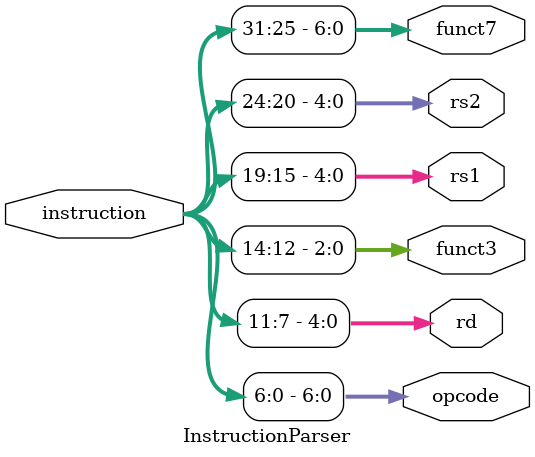
<source format=sv>
module InstructionParser(instruction, opcode, rd, funct3, rs1, rs2, funct7);
  input [31: 0] instruction;
  output [6 :0] opcode;
  output [4:0] rd;
  output [2:0] funct3;
  output [4:0] rs1;
  output [4:0] rs2;
  output [6:0] funct7;
  
  assign opcode = instruction[6:0] ;
  assign rd =    instruction[11:7];
  assign funct3 = instruction[14:12];
  assign rs1 = instruction[19:15];
  assign rs2 =  instruction[24:20];
  assign funct7 = instruction[31:25];
  
endmodule
</source>
